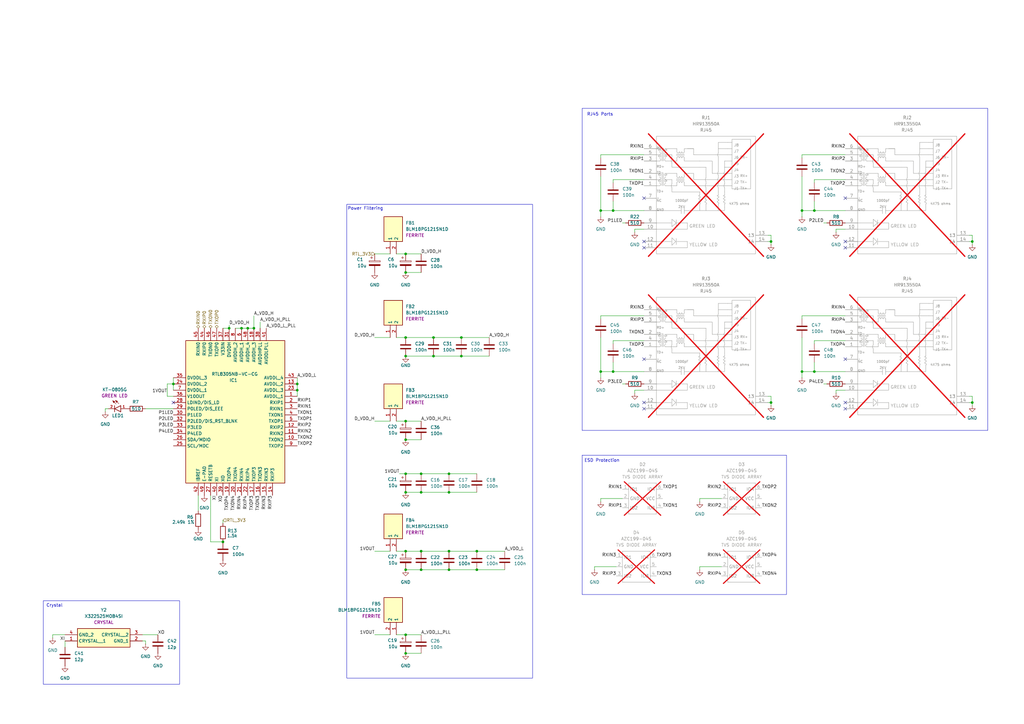
<source format=kicad_sch>
(kicad_sch (version 20250114) (generator "eeschema") (generator_version "9.0")
  (paper "A3")
  (title_block (title "LTE Link") (rev "v0.1") (company "UBCO Aerospace") (comment 1 "Author: Felix Perron"))
  (lib_symbols
    (symbol "Device:C" (pin_numbers (hide yes)) (pin_names (offset 0.254))
      (property "Reference" "C" (at 0.635 2.54 0))
      (property "Value" "C" (at 0.635 -2.54 0))
      (symbol "C_1_1"
        (pin passive line (at 0 3.81 270) (length 2.794) (name "~") (number "1"))
        (pin passive line (at 0 -3.81 90) (length 2.794) (name "~") (number "2"))
      )
    )
    (symbol "Device:C_Polarized" (pin_numbers (hide yes)) (pin_names (offset 0.254))
      (property "Reference" "C" (at 0.635 2.54 0))
      (property "Value" "C_Polarized" (at 0.635 -2.54 0))
      (symbol "C_Polarized_1_1"
        (pin passive line (at 0 3.81 270) (length 2.794) (name "~") (number "1"))
        (pin passive line (at 0 -3.81 90) (length 2.794) (name "~") (number "2"))
      )
    )
    (symbol "Device:R" (pin_numbers (hide yes)) (pin_names (offset 0))
      (property "Reference" "R" (at 2.032 0 90))
      (property "Value" "R" (at 0 0 90))
      (symbol "R_1_1"
        (pin passive line (at 0 3.81 270) (length 1.27) (name "~") (number "1"))
        (pin passive line (at 0 -3.81 90) (length 1.27) (name "~") (number "2"))
      )
    )
    (symbol "LTELink:CRYSTAL"
      (property "Reference" "Y" (at -9.906 8.636 0))
      (property "Value" "X322525MOB4SI" (at -9.906 6.096 0))
      (property "Name" "CRYSTAL" (at 0 -5.588 0))
      (symbol "CRYSTAL_1_1"
        (pin passive line (at -15.24 1.27 0) (length 5.08) (name "GND_2") (number "4"))
        (pin passive line (at -15.24 -1.27 0) (length 5.08) (name "CRYSTAL__1") (number "1"))
        (pin passive line (at 16.51 1.27 180) (length 5.08) (name "CRYSTAL__2") (number "3"))
        (pin passive line (at 16.51 -1.27 180) (length 5.08) (name "GND_1") (number "2"))
      )
    )
    (symbol "LTELink:FERRITE"
      (property "Reference" "FB" (at 4.572 10.16 0))
      (property "Value" "BLM18PG121SN1D" (at 4.572 7.62 0))
      (property "Name" "FERRITE" (at 8.382 4.064 0))
      (symbol "FERRITE_1_1"
        (pin passive line (at -1.27 -5.08 90) (length 5.08) (name "1") (number "1"))
        (pin passive line (at 1.27 -5.08 90) (length 5.08) (name "2") (number "2"))
      )
    )
    (symbol "LTELink:GREEN LED" (pin_names (hide yes))
      (property "Reference" "LED" (at -4.318 9.144 0))
      (property "Value" "KT-0805G" (at -4.318 6.604 0))
      (property "Name" "GREEN LED" (at 1.016 4.826 0))
      (symbol "GREEN LED_1_0"
        (pin passive line (at -2.54 0 0) (length 2.54) (name "") (number "2"))
        (pin passive line (at 5.08 0 180) (length 2.54) (name "") (number "1"))
      )
    )
    (symbol "LTELink:RJ45"
      (property "Reference" "RJ" (at -19.304 25.4 0))
      (property "Value" "HR913550A" (at -14.732 -25.908 0))
      (property "Name" "RJ45" (at -17.78 -28.448 0))
      (symbol "RJ45_1_0"
        (text "RD-" (at -20.32 18.669 0) (effects (font (size 0.9652 0.9652)) (justify left bottom)))
        (text "RD+" (at -20.32 11.1506 0) (effects (font (size 0.9652 0.9652)) (justify left bottom)))
        (text "TD-" (at -20.32 8.6106 0) (effects (font (size 0.9652 0.9652)) (justify left bottom)))
        (text "TD+" (at -20.32 0.9906 0) (effects (font (size 0.9652 0.9652)) (justify left bottom)))
        (text "NC" (at -20.32 -2.794 0) (effects (font (size 0.9652 0.9652)) (justify left bottom)))
        (text "GND" (at -20.32 -6.604 0) (effects (font (size 0.9652 0.9652)) (justify left bottom)))
        (text "1000pF" (at -12.7 -2.794 0) (effects (font (size 0.9652 0.9652)) (justify left bottom)))
        (text "2KV" (at -11.43 -5.334 0) (effects (font (size 0.9652 0.9652)) (justify left bottom)))
        (text "4X75 ohms" (at 9.398 -4.064 0) (effects (font (size 0.9652 0.9652)) (justify left bottom)))
        (text "J8" (at 11.43 19.8628 0) (effects (font (size 1.0922 1.0922)) (justify left bottom)))
        (text "J7" (at 11.43 17.3228 0) (effects (font (size 1.0922 1.0922)) (justify left bottom)))
        (text "J6" (at 11.43 14.7828 0) (effects (font (size 1.0922 1.0922)) (justify left bottom)))
        (text "J5" (at 11.43 12.2428 0) (effects (font (size 1.0922 1.0922)) (justify left bottom)))
        (text "J4" (at 11.43 9.7028 0) (effects (font (size 1.0922 1.0922)) (justify left bottom)))
        (text "J3" (at 11.43 7.1628 0) (effects (font (size 1.0922 1.0922)) (justify left bottom)))
        (text "J2" (at 11.43 4.6228 0) (effects (font (size 1.0922 1.0922)) (justify left bottom)))
        (text "J1" (at 11.43 2.0828 0) (effects (font (size 1.0922 1.0922)) (justify left bottom)))
        (text "RX-" (at 13.97 14.9606 0) (effects (font (size 0.9652 0.9652)) (justify left bottom)))
        (text "RX+" (at 13.97 7.3406 0) (effects (font (size 0.9652 0.9652)) (justify left bottom)))
        (text "TX-" (at 13.97 4.8006 0) (effects (font (size 0.9652 0.9652)) (justify left bottom)))
        (text "TX+" (at 13.97 2.2606 0) (effects (font (size 0.9652 0.9652)) (justify left bottom)))
        (pin unspecified line (at -25.4 19.05 0) (length 5.08) (name "") (number "6"))
        (pin unspecified line (at -25.4 16.51 0) (length 5.08) (name "") (number "5"))
        (pin unspecified line (at -25.4 13.97 0) (length 5.08) (name "") (number "3"))
        (pin unspecified line (at -25.4 8.89 0) (length 5.08) (name "") (number "2"))
        (pin unspecified line (at -25.4 6.35 0) (length 5.08) (name "") (number "4"))
        (pin unspecified line (at -25.4 3.81 0) (length 5.08) (name "") (number "1"))
        (pin unspecified line (at -25.4 -1.27 0) (length 5.08) (name "NC") (number "7"))
        (pin unspecified line (at -25.4 -6.35 0) (length 5.08) (name "GND") (number "8"))
        (pin unspecified line (at -25.4 -11.43 0) (length 5.08) (name "") (number "9"))
        (pin unspecified line (at -25.4 -13.97 0) (length 5.08) (name "") (number "10"))
        (pin unspecified line (at -25.4 -19.05 0) (length 5.08) (name "") (number "12"))
        (pin unspecified line (at -25.4 -21.59 0) (length 5.08) (name "") (number "11"))
        (pin unspecified line (at 25.4 -16.51 180) (length 5.08) (name "13") (number "13"))
        (pin unspecified line (at 25.4 -19.05 180) (length 5.08) (name "14") (number "14"))
      )
      (symbol "RJ45_1_1"
        (text "GREEN LED" (at -1.524 -12.7 0) (effects (font (size 1.27 1.27))))
        (text "YELLOW LED" (at -1.016 -20.32 0) (effects (font (size 1.27 1.27))))
      )
    )
    (symbol "LTELink:TVS DIODE ARRAY"
      (property "Reference" "D" (at -3.302 0 0))
      (property "Value" "AZC199-04S" (at 2.54 -18.542 0))
      (property "Description" "TVS DIODE ARRAY" (at 4.572 -16.002 0))
      (symbol "TVS DIODE ARRAY_0_0"
        (pin input line (at -6.35 -3.81 0) (length 2.54) (name "IO1") (number "1"))
      )
      (symbol "TVS DIODE ARRAY_1_0"
        (pin power_in line (at -6.35 -7.62 0) (length 2.54) (name "GND") (number "2"))
        (pin input line (at -6.35 -11.43 0) (length 2.54) (name "IO2") (number "3"))
        (pin input line (at 10.16 -3.81 180) (length 2.54) (name "IO4") (number "6"))
        (pin power_in line (at 10.16 -7.62 180) (length 2.54) (name "VCC") (number "5"))
        (pin input line (at 10.16 -11.43 180) (length 2.54) (name "IO3") (number "4"))
      )
    )
    (symbol "RTL8305NB-CG:RTL8305NB-CG"
      (property "Reference" "IC" (at 3.81 20.32 0))
      (property "Value" "RTL8305NB-VC-CG" (at 2.54 17.78 0))
      (symbol "RTL8305NB-CG_1_1"
        (pin power_in line (at 0 0 0) (length 5.08) (name "DVDDL_3") (number "35"))
        (pin power_in line (at 0 -2.54 0) (length 5.08) (name "DVDDL_2") (number "24"))
        (pin power_in line (at 0 -5.08 0) (length 5.08) (name "DVDDL_1") (number "7"))
        (pin power_out line (at 0 -7.62 0) (length 5.08) (name "V10OUT") (number "36"))
        (pin bidirectional line (at 0 -10.16 0) (length 5.08) (name "LDIND/DIS_LD") (number "28"))
        (pin bidirectional line (at 0 -12.7 0) (length 5.08) (name "P0LED/DIS_EEE") (number "29"))
        (pin bidirectional line (at 0 -15.24 0) (length 5.08) (name "P1LED") (number "30"))
        (pin bidirectional line (at 0 -17.78 0) (length 5.08) (name "P2LED/DIS_RST_BLNK") (number "32"))
        (pin bidirectional line (at 0 -20.32 0) (length 5.08) (name "P3LED") (number "33"))
        (pin bidirectional line (at 0 -22.86 0) (length 5.08) (name "P4LED") (number "34"))
        (pin bidirectional line (at 0 -25.4 0) (length 5.08) (name "SDA/MDIO") (number "26"))
        (pin bidirectional line (at 0 -27.94 0) (length 5.08) (name "SCL/MDC") (number "25"))
        (pin input line (at 10.16 20.32 270) (length 5.08) (name "RXIN0") (number "45"))
        (pin output line (at 10.16 -48.26 90) (length 5.08) (name "IBREF") (number "42"))
        (pin input line (at 12.7 20.32 270) (length 5.08) (name "RXIP0") (number "44"))
        (pin power_in line (at 12.7 -48.26 90) (length 5.08) (name "E-PAD") (number "49"))
        (pin output line (at 15.24 20.32 270) (length 5.08) (name "TXON0") (number "46"))
        (pin input line (at 15.24 -48.26 90) (length 5.08) (name "RESETB") (number "27"))
        (pin output line (at 17.78 20.32 270) (length 5.08) (name "TXOP0") (number "47"))
        (pin input line (at 17.78 -48.26 90) (length 5.08) (name "XI") (number "40"))
        (pin power_in line (at 20.32 20.32 270) (length 5.08) (name "V33IN") (number "37"))
        (pin output line (at 20.32 -48.26 90) (length 5.08) (name "XO") (number "39"))
        (pin power_in line (at 22.86 20.32 270) (length 5.08) (name "DVDDH") (number "31"))
        (pin output line (at 22.86 -48.26 90) (length 5.08) (name "TXOP4") (number "19"))
        (pin power_in line (at 25.4 20.32 270) (length 5.08) (name "AVDDH_2") (number "8"))
        (pin output line (at 25.4 -48.26 90) (length 5.08) (name "TXON4") (number "20"))
        (pin power_in line (at 27.94 20.32 270) (length 5.08) (name "AVDDH_1") (number "6"))
        (pin input line (at 27.94 -48.26 90) (length 5.08) (name "RXIN4") (number "21"))
        (pin power_in line (at 30.48 20.32 270) (length 5.08) (name "AVDDH_4") (number "48"))
        (pin input line (at 30.48 -48.26 90) (length 5.08) (name "RXIP4") (number "22"))
        (pin power_in line (at 33.02 20.32 270) (length 5.08) (name "AVDDH_3") (number "18"))
        (pin output line (at 33.02 -48.26 90) (length 5.08) (name "TXOP3") (number "17"))
        (pin power_in line (at 35.56 20.32 270) (length 5.08) (name "AVDDHPLL") (number "38"))
        (pin output line (at 35.56 -48.26 90) (length 5.08) (name "TXON3") (number "16"))
        (pin power_in line (at 38.1 20.32 270) (length 5.08) (name "AVDDLPLL") (number "41"))
        (pin input line (at 38.1 -48.26 90) (length 5.08) (name "RXIN3") (number "15"))
        (pin input line (at 40.64 -48.26 90) (length 5.08) (name "RXIP3") (number "14"))
        (pin power_in line (at 50.8 0 180) (length 5.08) (name "AVDDL_4") (number "43"))
        (pin power_in line (at 50.8 -2.54 180) (length 5.08) (name "AVDDL_2") (number "13"))
        (pin power_in line (at 50.8 -5.08 180) (length 5.08) (name "AVDDL_3") (number "23"))
        (pin power_in line (at 50.8 -7.62 180) (length 5.08) (name "AVDDL_1") (number "1"))
        (pin input line (at 50.8 -10.16 180) (length 5.08) (name "RXIP1") (number "2"))
        (pin input line (at 50.8 -12.7 180) (length 5.08) (name "RXIN1") (number "3"))
        (pin output line (at 50.8 -15.24 180) (length 5.08) (name "TXON1") (number "4"))
        (pin output line (at 50.8 -17.78 180) (length 5.08) (name "TXOP1") (number "5"))
        (pin input line (at 50.8 -20.32 180) (length 5.08) (name "RXIP2") (number "12"))
        (pin input line (at 50.8 -22.86 180) (length 5.08) (name "RXIN2") (number "11"))
        (pin output line (at 50.8 -25.4 180) (length 5.08) (name "TXON2") (number "10"))
        (pin output line (at 50.8 -27.94 180) (length 5.08) (name "TXOP2") (number "9"))
      )
    )
    (symbol "power:GND" (power) (pin_numbers (hide yes)) (pin_names (offset 0) (hide yes))
      (property "Value" "GND" (at 0 -3.81 0))
      (symbol "GND_1_1"
        (pin power_in line (at 0 0 270) (length 0) (name "~") (number "1"))
      )
    )
  )
  (rectangle (start 238.76 44.45) (end 405.13 176.53))
  (rectangle (start 17.78 246.38) (end 73.66 280.67))
  (rectangle (start 142.24 83.82) (end 218.44 278.13))
  (rectangle (start 238.76 186.69) (end 322.58 243.84))
  (text "RJ45 Ports" (at 246.126 46.99 0) (effects (font (size 1.27 1.27))))
  (text "Power Filtering" (at 149.86 85.598 0) (effects (font (size 1.27 1.27))))
  (text "Crystal" (at 22.352 248.412 0) (effects (font (size 1.27 1.27))))
  (text "ESD Protection" (at 246.888 188.976 0) (effects (font (size 1.27 1.27))))
  (junction (at 101.6 134.62))
  (junction (at 195.58 233.68))
  (junction (at 316.23 165.1))
  (junction (at 189.23 138.43))
  (junction (at 316.23 99.06))
  (junction (at 166.37 180.34))
  (junction (at 328.93 152.4))
  (junction (at 71.12 157.48))
  (junction (at 166.37 267.97))
  (junction (at 328.93 86.36))
  (junction (at 398.78 99.06))
  (junction (at 246.38 86.36))
  (junction (at 166.37 104.14))
  (junction (at 177.8 146.05))
  (junction (at 166.37 201.93))
  (junction (at 184.15 194.31))
  (junction (at 166.37 260.35))
  (junction (at 166.37 111.76))
  (junction (at 166.37 138.43))
  (junction (at 166.37 146.05))
  (junction (at 91.44 222.25))
  (junction (at 251.46 152.4))
  (junction (at 166.37 172.72))
  (junction (at 184.15 226.06))
  (junction (at 172.72 201.93))
  (junction (at 195.58 226.06))
  (junction (at 177.8 138.43))
  (junction (at 398.78 165.1))
  (junction (at 166.37 233.68))
  (junction (at 184.15 233.68))
  (junction (at 93.98 134.62))
  (junction (at 121.92 160.02))
  (junction (at 189.23 146.05))
  (junction (at 172.72 233.68))
  (junction (at 334.01 152.4))
  (junction (at 166.37 226.06))
  (junction (at 166.37 194.31))
  (junction (at 121.92 157.48))
  (junction (at 172.72 226.06))
  (junction (at 251.46 86.36))
  (junction (at 246.38 152.4))
  (junction (at 172.72 194.31))
  (junction (at 334.01 86.36))
  (junction (at 184.15 201.93))
  (junction (at 99.06 134.62))
  (junction (at 104.14 134.62))
  (no_connect (at 71.12 165.1))
  (no_connect (at 264.16 99.06))
  (no_connect (at 264.16 147.32))
  (no_connect (at 346.71 81.28))
  (no_connect (at 346.71 167.64))
  (no_connect (at 346.71 147.32))
  (no_connect (at 264.16 81.28))
  (no_connect (at 346.71 101.6))
  (no_connect (at 346.71 165.1))
  (no_connect (at 346.71 99.06))
  (no_connect (at 264.16 167.64))
  (no_connect (at 264.16 165.1))
  (no_connect (at 264.16 101.6))
  (wire (pts (xy 153.67 260.35) (xy 160.02 260.35)))
  (wire (pts (xy 121.92 160.02) (xy 121.92 162.56)))
  (wire (pts (xy 264.16 73.66) (xy 251.46 73.66)))
  (wire (pts (xy 91.44 134.62) (xy 93.98 134.62)))
  (wire (pts (xy 328.93 72.39) (xy 328.93 86.36)))
  (wire (pts (xy 86.36 203.2) (xy 86.36 222.25)))
  (wire (pts (xy 195.58 226.06) (xy 207.01 226.06)))
  (wire (pts (xy 166.37 172.72) (xy 172.72 172.72)))
  (wire (pts (xy 346.71 86.36) (xy 334.01 86.36)))
  (wire (pts (xy 184.15 194.31) (xy 195.58 194.31)))
  (wire (pts (xy 316.23 165.1) (xy 316.23 162.56)))
  (wire (pts (xy 153.67 104.14) (xy 160.02 104.14)))
  (wire (pts (xy 334.01 148.59) (xy 334.01 152.4)))
  (wire (pts (xy 398.78 165.1) (xy 398.78 162.56)))
  (wire (pts (xy 397.51 99.06) (xy 398.78 99.06)))
  (wire (pts (xy 71.12 157.48) (xy 71.12 160.02)))
  (wire (pts (xy 121.92 154.94) (xy 121.92 157.48)))
  (wire (pts (xy 246.38 138.43) (xy 246.38 152.4)))
  (wire (pts (xy 166.37 267.97) (xy 172.72 267.97)))
  (wire (pts (xy 59.69 167.64) (xy 71.12 167.64)))
  (wire (pts (xy 398.78 166.37) (xy 398.78 165.1)))
  (wire (pts (xy 251.46 148.59) (xy 251.46 152.4)))
  (wire (pts (xy 316.23 162.56) (xy 314.96 162.56)))
  (wire (pts (xy 58.42 260.35) (xy 64.77 260.35)))
  (wire (pts (xy 163.83 194.31) (xy 166.37 194.31)))
  (wire (pts (xy 316.23 99.06) (xy 316.23 96.52)))
  (wire (pts (xy 346.71 93.98) (xy 342.9 93.98)))
  (wire (pts (xy 246.38 204.47) (xy 246.38 205.74)))
  (wire (pts (xy 184.15 201.93) (xy 195.58 201.93)))
  (wire (pts (xy 346.71 73.66) (xy 334.01 73.66)))
  (wire (pts (xy 342.9 93.98) (xy 342.9 95.25)))
  (wire (pts (xy 255.27 157.48) (xy 256.54 157.48)))
  (wire (pts (xy 246.38 204.47) (xy 255.27 204.47)))
  (wire (pts (xy 166.37 111.76) (xy 172.72 111.76)))
  (wire (pts (xy 328.93 152.4) (xy 328.93 154.94)))
  (wire (pts (xy 346.71 160.02) (xy 342.9 160.02)))
  (wire (pts (xy 43.18 167.64) (xy 43.18 168.91)))
  (wire (pts (xy 246.38 72.39) (xy 246.38 86.36)))
  (wire (pts (xy 328.93 86.36) (xy 328.93 88.9)))
  (wire (pts (xy 166.37 104.14) (xy 172.72 104.14)))
  (wire (pts (xy 246.38 63.5) (xy 246.38 64.77)))
  (wire (pts (xy 251.46 82.55) (xy 251.46 86.36)))
  (wire (pts (xy 166.37 260.35) (xy 172.72 260.35)))
  (wire (pts (xy 264.16 86.36) (xy 251.46 86.36)))
  (wire (pts (xy 166.37 194.31) (xy 172.72 194.31)))
  (wire (pts (xy 59.69 262.89) (xy 59.69 264.16)))
  (wire (pts (xy 346.71 129.54) (xy 328.93 129.54)))
  (wire (pts (xy 255.27 91.44) (xy 256.54 91.44)))
  (wire (pts (xy 68.58 162.56) (xy 71.12 162.56)))
  (wire (pts (xy 398.78 99.06) (xy 398.78 96.52)))
  (wire (pts (xy 264.16 160.02) (xy 260.35 160.02)))
  (wire (pts (xy 337.82 157.48) (xy 339.09 157.48)))
  (wire (pts (xy 162.56 226.06) (xy 166.37 226.06)))
  (wire (pts (xy 106.68 132.08) (xy 106.68 134.62)))
  (wire (pts (xy 166.37 146.05) (xy 177.8 146.05)))
  (wire (pts (xy 246.38 86.36) (xy 246.38 88.9)))
  (wire (pts (xy 21.59 260.35) (xy 21.59 261.62)))
  (wire (pts (xy 334.01 152.4) (xy 328.93 152.4)))
  (wire (pts (xy 264.16 129.54) (xy 246.38 129.54)))
  (wire (pts (xy 99.06 134.62) (xy 101.6 134.62)))
  (wire (pts (xy 316.23 166.37) (xy 316.23 165.1)))
  (wire (pts (xy 346.71 139.7) (xy 334.01 139.7)))
  (wire (pts (xy 264.16 93.98) (xy 260.35 93.98)))
  (wire (pts (xy 153.67 226.06) (xy 160.02 226.06)))
  (wire (pts (xy 316.23 96.52) (xy 314.96 96.52)))
  (wire (pts (xy 251.46 86.36) (xy 246.38 86.36)))
  (wire (pts (xy 246.38 152.4) (xy 246.38 154.94)))
  (wire (pts (xy 71.12 157.48) (xy 71.12 154.94)))
  (wire (pts (xy 264.16 139.7) (xy 251.46 139.7)))
  (wire (pts (xy 264.16 63.5) (xy 246.38 63.5)))
  (wire (pts (xy 398.78 162.56) (xy 397.51 162.56)))
  (wire (pts (xy 172.72 233.68) (xy 184.15 233.68)))
  (wire (pts (xy 26.67 260.35) (xy 21.59 260.35)))
  (wire (pts (xy 334.01 82.55) (xy 334.01 86.36)))
  (wire (pts (xy 177.8 138.43) (xy 189.23 138.43)))
  (wire (pts (xy 59.69 262.89) (xy 58.42 262.89)))
  (wire (pts (xy 86.36 222.25) (xy 91.44 222.25)))
  (wire (pts (xy 195.58 233.68) (xy 207.01 233.68)))
  (wire (pts (xy 162.56 260.35) (xy 166.37 260.35)))
  (wire (pts (xy 251.46 73.66) (xy 251.46 74.93)))
  (wire (pts (xy 334.01 73.66) (xy 334.01 74.93)))
  (wire (pts (xy 162.56 104.14) (xy 166.37 104.14)))
  (wire (pts (xy 287.02 204.47) (xy 287.02 205.74)))
  (wire (pts (xy 184.15 233.68) (xy 195.58 233.68)))
  (wire (pts (xy 260.35 93.98) (xy 260.35 95.25)))
  (wire (pts (xy 314.96 99.06) (xy 316.23 99.06)))
  (wire (pts (xy 177.8 146.05) (xy 189.23 146.05)))
  (wire (pts (xy 337.82 91.44) (xy 339.09 91.44)))
  (wire (pts (xy 287.02 232.41) (xy 295.91 232.41)))
  (wire (pts (xy 397.51 165.1) (xy 398.78 165.1)))
  (wire (pts (xy 68.58 157.48) (xy 71.12 157.48)))
  (wire (pts (xy 189.23 146.05) (xy 200.66 146.05)))
  (wire (pts (xy 166.37 180.34) (xy 172.72 180.34)))
  (wire (pts (xy 251.46 152.4) (xy 246.38 152.4)))
  (wire (pts (xy 264.16 152.4) (xy 251.46 152.4)))
  (wire (pts (xy 162.56 138.43) (xy 166.37 138.43)))
  (wire (pts (xy 81.28 203.2) (xy 81.28 209.55)))
  (wire (pts (xy 166.37 201.93) (xy 172.72 201.93)))
  (wire (pts (xy 44.45 167.64) (xy 43.18 167.64)))
  (wire (pts (xy 166.37 226.06) (xy 172.72 226.06)))
  (wire (pts (xy 314.96 165.1) (xy 316.23 165.1)))
  (wire (pts (xy 398.78 96.52) (xy 397.51 96.52)))
  (wire (pts (xy 243.84 232.41) (xy 243.84 233.68)))
  (wire (pts (xy 153.67 138.43) (xy 160.02 138.43)))
  (wire (pts (xy 287.02 204.47) (xy 295.91 204.47)))
  (wire (pts (xy 153.67 172.72) (xy 160.02 172.72)))
  (wire (pts (xy 172.72 201.93) (xy 184.15 201.93)))
  (wire (pts (xy 316.23 100.33) (xy 316.23 99.06)))
  (wire (pts (xy 166.37 233.68) (xy 172.72 233.68)))
  (wire (pts (xy 398.78 100.33) (xy 398.78 99.06)))
  (wire (pts (xy 93.98 133.35) (xy 93.98 134.62)))
  (wire (pts (xy 334.01 86.36) (xy 328.93 86.36)))
  (wire (pts (xy 346.71 63.5) (xy 328.93 63.5)))
  (wire (pts (xy 166.37 138.43) (xy 177.8 138.43)))
  (wire (pts (xy 121.92 157.48) (xy 121.92 160.02)))
  (wire (pts (xy 184.15 226.06) (xy 195.58 226.06)))
  (wire (pts (xy 26.67 262.89) (xy 26.67 265.43)))
  (wire (pts (xy 172.72 226.06) (xy 184.15 226.06)))
  (wire (pts (xy 260.35 160.02) (xy 260.35 161.29)))
  (wire (pts (xy 189.23 138.43) (xy 200.66 138.43)))
  (wire (pts (xy 96.52 134.62) (xy 99.06 134.62)))
  (wire (pts (xy 342.9 160.02) (xy 342.9 161.29)))
  (wire (pts (xy 334.01 139.7) (xy 334.01 140.97)))
  (wire (pts (xy 172.72 194.31) (xy 184.15 194.31)))
  (wire (pts (xy 328.93 129.54) (xy 328.93 130.81)))
  (wire (pts (xy 246.38 129.54) (xy 246.38 130.81)))
  (wire (pts (xy 346.71 152.4) (xy 334.01 152.4)))
  (wire (pts (xy 243.84 232.41) (xy 252.73 232.41)))
  (wire (pts (xy 91.44 213.36) (xy 91.44 214.63)))
  (wire (pts (xy 287.02 232.41) (xy 287.02 233.68)))
  (wire (pts (xy 328.93 63.5) (xy 328.93 64.77)))
  (wire (pts (xy 68.58 162.56) (xy 68.58 157.48)))
  (wire (pts (xy 162.56 172.72) (xy 166.37 172.72)))
  (wire (pts (xy 101.6 134.62) (xy 104.14 134.62)))
  (wire (pts (xy 328.93 138.43) (xy 328.93 152.4)))
  (wire (pts (xy 104.14 129.54) (xy 104.14 134.62)))
  (wire (pts (xy 251.46 139.7) (xy 251.46 140.97)))
  (label "RXIN4" (at 346.71 127 180))
  (label "RXIN2" (at 121.92 177.8 0))
  (label "TXOP3" (at 264.16 142.24 180))
  (label "RXIP2" (at 346.71 66.04 180))
  (label "TXOP2" (at 312.42 200.66 0))
  (label "A_VDD_L_PLL" (at 109.22 134.62 0))
  (label "1VOUT" (at 153.67 260.35 180))
  (label "RXIP1" (at 255.27 208.28 180))
  (label "TXON1" (at 271.78 208.28 0))
  (label "TXOP3" (at 104.14 203.2 270))
  (label "RXIP2" (at 295.91 208.28 180))
  (label "RXIN3" (at 252.73 228.6 180))
  (label "RXIP3" (at 264.16 132.08 180))
  (label "XI" (at 88.9 203.2 270))
  (label "D_VDD_H" (at 153.67 172.72 180))
  (label "P3LED" (at 255.27 157.48 180))
  (label "A_VDD_L_PLL" (at 172.72 260.35 0))
  (label "TXON2" (at 346.71 71.12 180))
  (label "RXIN2" (at 295.91 200.66 180))
  (label "TXOP1" (at 271.78 200.66 0))
  (label "P4LED" (at 337.82 157.48 180))
  (label "RXIN4" (at 295.91 228.6 180))
  (label "P3LED" (at 71.12 175.26 180))
  (label "P2LED" (at 71.12 172.72 180))
  (label "P4LED" (at 71.12 177.8 180))
  (label "P1LED" (at 71.12 170.18 180))
  (label "A_VDD_L" (at 207.01 226.06 0))
  (label "P2LED" (at 337.82 91.44 180))
  (label "TXOP4" (at 93.98 203.2 270))
  (label "RXIP1" (at 264.16 66.04 180))
  (label "RXIN1" (at 264.16 60.96 180))
  (label "D_VDD_H" (at 153.67 138.43 180))
  (label "TXON4" (at 96.52 203.2 270))
  (label "RXIP3" (at 252.73 236.22 180))
  (label "RXIP2" (at 121.92 175.26 0))
  (label "1VOUT" (at 163.83 194.31 180))
  (label "RXIP4" (at 346.71 132.08 180))
  (label "XI" (at 26.67 262.89 180))
  (label "TXOP4" (at 346.71 142.24 180))
  (label "RXIP4" (at 295.91 236.22 180))
  (label "RXIP4" (at 101.6 203.2 270))
  (label "TXON3" (at 269.24 236.22 0))
  (label "A_VDD_L" (at 121.92 154.94 0))
  (label "D_VDD_H" (at 93.98 133.35 0))
  (label "1VOUT" (at 68.58 161.29 180))
  (label "TXON3" (at 106.68 203.2 270))
  (label "A_VDD_H_PLL" (at 106.68 132.08 0))
  (label "TXON2" (at 312.42 208.28 0))
  (label "RXIN1" (at 255.27 200.66 180))
  (label "RXIP3" (at 111.76 203.2 270))
  (label "TXON2" (at 121.92 180.34 0))
  (label "RXIN3" (at 109.22 203.2 270))
  (label "TXOP3" (at 269.24 228.6 0))
  (label "A_VDD_H" (at 104.14 129.54 0))
  (label "RXIN4" (at 99.06 203.2 270))
  (label "TXON1" (at 264.16 71.12 180))
  (label "RXIN3" (at 264.16 127 180))
  (label "TXOP2" (at 346.71 76.2 180))
  (label "1VOUT" (at 153.67 226.06 180))
  (label "A_VDD_H_PLL" (at 172.72 172.72 0))
  (label "RXIN2" (at 346.71 60.96 180))
  (label "TXOP1" (at 264.16 76.2 180))
  (label "TXOP4" (at 312.42 228.6 0))
  (label "P1LED" (at 255.27 91.44 180))
  (label "TXON4" (at 312.42 236.22 0))
  (label "TXON3" (at 264.16 137.16 180))
  (label "XO" (at 91.44 203.2 270))
  (label "TXON4" (at 346.71 137.16 180))
  (label "A_VDD_H" (at 200.66 138.43 0))
  (label "XO" (at 64.77 260.35 0))
  (label "D_VDD_H" (at 172.72 104.14 0))
  (label "TXOP1" (at 121.92 172.72 0))
  (label "TXON1" (at 121.92 170.18 0))
  (label "RXIN1" (at 121.92 167.64 0))
  (label "RXIP1" (at 121.92 165.1 0))
  (label "TXOP2" (at 121.92 182.88 0))
  (hierarchical_label "RTL_3V3" (shape input) (at 153.67 104.14 180))
  (hierarchical_label "RTL_3V3" (shape input) (at 91.44 213.36 0))
  (hierarchical_label "RXIN0" (shape bidirectional) (at 81.28 134.62 90))
  (hierarchical_label "TXON0" (shape bidirectional) (at 86.36 134.62 90))
  (hierarchical_label "RXIP0" (shape bidirectional) (at 83.82 134.62 90))
  (hierarchical_label "TXOP0" (shape bidirectional) (at 88.9 134.62 90))
  (symbol (lib_id "power:GND") (at 287.02 233.68 0) (unit 1)
    (property "Reference" "#PWR016" (effects (hide yes)))
    (property "Value" "GND" (at 287.02 238.76 0))
    (property "Description" "Power symbol creates a global label with name \"GND\" , ground" (effects (hide yes)))
  )
  (symbol (lib_id "power:GND") (at 81.28 217.17 0) (unit 1)
    (property "Reference" "#PWR23" (effects (hide yes)))
    (property "Value" "GND" (at 81.28 220.98 0))
    (property "Description" "Power symbol creates a global label with name \"GND\" , ground" (effects (hide yes)))
  )
  (symbol (lib_id "Device:C") (at 172.72 176.53 0) (unit 1)
    (property "Reference" "C36" (at 176.53 175.2599 0) (effects (justify left)))
    (property "Value" "100n" (at 176.53 177.7999 0) (effects (justify left)))
    (property "Footprint" "Capacitor_SMD:C_0402_1005Metric" (effects (hide yes)))
    (property "Description" "Unpolarized capacitor" (effects (hide yes)))
  )
  (symbol (lib_id "power:GND") (at 64.77 267.97 0) (unit 1)
    (property "Reference" "#PWR41" (effects (hide yes)))
    (property "Value" "GND" (at 64.77 273.05 0))
    (property "Description" "Power symbol creates a global label with name \"GND\" , ground" (effects (hide yes)))
  )
  (symbol (lib_id "LTELink:RJ45") (at 372.11 146.05 0) (unit 1) (in_bom no) (dnp yes)
    (property "Reference" "RJ4" (at 372.11 114.3 0))
    (property "Value" "HR913550A" (at 372.11 116.84 0))
    (property "Footprint" "LTELink:HR913550A" (effects (hide yes)))
    (property "Datasheet" "https://item.szlcsc.com/datasheet/HR913550A/174889.html" (effects (hide yes)))
    (property "Description" "Connector Type:RJ45 Jack Number of Ports:1 LED:With LED Shielding:- Ratings:-" (effects (hide yes)))
    (property "Name" "RJ45" (at 372.11 119.38 0))
  )
  (symbol (lib_id "Device:R") (at 81.28 213.36 0) (unit 1)
    (property "Reference" "R6" (at 77.978 212.09 0))
    (property "Value" "2.49k 1%" (at 75.184 214.122 0))
    (property "Footprint" "Resistor_SMD:R_0402_1005Metric" (effects (hide yes)))
    (property "Description" "Resistor" (effects (hide yes)))
  )
  (symbol (lib_id "power:GND") (at 166.37 111.76 0) (unit 1)
    (property "Reference" "#PWR34" (effects (hide yes)))
    (property "Value" "GND" (at 166.37 116.84 0))
    (property "Description" "Power symbol creates a global label with name \"GND\" , ground" (effects (hide yes)))
  )
  (symbol (lib_id "power:GND") (at 398.78 100.33 0) (unit 1)
    (property "Reference" "#PWR045" (effects (hide yes)))
    (property "Value" "GND" (at 398.78 105.41 0))
    (property "Description" "Power symbol creates a global label with name \"GND\" , ground" (effects (hide yes)))
  )
  (symbol (lib_id "Device:C") (at 184.15 198.12 0) (unit 1)
    (property "Reference" "C17" (at 187.96 196.8499 0) (effects (justify left)))
    (property "Value" "100n" (at 187.96 199.3899 0) (effects (justify left)))
    (property "Footprint" "Capacitor_SMD:C_0402_1005Metric" (effects (hide yes)))
    (property "Description" "Unpolarized capacitor" (effects (hide yes)))
  )
  (symbol (lib_id "Device:C") (at 195.58 229.87 0) (unit 1)
    (property "Reference" "C24" (at 199.39 228.5999 0) (effects (justify left)))
    (property "Value" "100n" (at 199.39 231.1399 0) (effects (justify left)))
    (property "Footprint" "Capacitor_SMD:C_0402_1005Metric" (effects (hide yes)))
    (property "Description" "Unpolarized capacitor" (effects (hide yes)))
  )
  (symbol (lib_id "Device:C") (at 328.93 134.62 0) (unit 1)
    (property "Reference" "C47" (at 332.74 133.3499 0) (effects (justify left)))
    (property "Value" "100n" (at 332.74 135.8899 0) (effects (justify left)))
    (property "Footprint" "Capacitor_SMD:C_0402_1005Metric" (effects (hide yes)))
    (property "Description" "Unpolarized capacitor" (effects (hide yes)))
  )
  (symbol (lib_id "power:GND") (at 166.37 180.34 0) (unit 1)
    (property "Reference" "#PWR39" (effects (hide yes)))
    (property "Value" "GND" (at 166.37 185.42 0))
    (property "Description" "Power symbol creates a global label with name \"GND\" , ground" (effects (hide yes)))
  )
  (symbol (lib_id "Device:C_Polarized") (at 166.37 107.95 0) (unit 1)
    (property "Reference" "C6" (at 159.004 106.426 0) (effects (justify left)))
    (property "Value" "10u" (at 159.258 108.966 0) (effects (justify left)))
    (property "Footprint" "Capacitor_SMD:C_0603_1608Metric" (effects (hide yes)))
    (property "Description" "Polarized capacitor" (effects (hide yes)))
    (property "Part Number" "CL10A106KP8NNNC" (effects (hide yes)))
  )
  (symbol (lib_id "Device:C_Polarized") (at 166.37 264.16 0) (unit 1)
    (property "Reference" "C19" (at 159.004 262.636 0) (effects (justify left)))
    (property "Value" "10u" (at 159.258 265.176 0) (effects (justify left)))
    (property "Footprint" "Capacitor_SMD:C_0603_1608Metric" (effects (hide yes)))
    (property "Description" "Polarized capacitor" (effects (hide yes)))
    (property "Part Number" "CL10A106KP8NNNC" (effects (hide yes)))
  )
  (symbol (lib_id "power:GND") (at 342.9 95.25 0) (unit 1)
    (property "Reference" "#PWR022" (effects (hide yes)))
    (property "Value" "GND" (at 342.9 100.33 0))
    (property "Description" "Power symbol creates a global label with name \"GND\" , ground" (effects (hide yes)))
  )
  (symbol (lib_id "Device:C") (at 246.38 134.62 0) (unit 1)
    (property "Reference" "C45" (at 250.19 133.3499 0) (effects (justify left)))
    (property "Value" "100n" (at 250.19 135.8899 0) (effects (justify left)))
    (property "Footprint" "Capacitor_SMD:C_0402_1005Metric" (effects (hide yes)))
    (property "Description" "Unpolarized capacitor" (effects (hide yes)))
  )
  (symbol (lib_id "power:GND") (at 59.69 264.16 0) (unit 1)
    (property "Reference" "#PWR2" (effects (hide yes)))
    (property "Value" "GND" (at 59.69 269.24 0))
    (property "Description" "Power symbol creates a global label with name \"GND\" , ground" (effects (hide yes)))
  )
  (symbol (lib_id "power:GND") (at 246.38 88.9 0) (unit 1)
    (property "Reference" "#PWR042" (effects (hide yes)))
    (property "Value" "GND" (at 246.38 93.98 0))
    (property "Description" "Power symbol creates a global label with name \"GND\" , ground" (effects (hide yes)))
  )
  (symbol (lib_id "Device:C") (at 328.93 68.58 0) (unit 1)
    (property "Reference" "C43" (at 332.74 67.3099 0) (effects (justify left)))
    (property "Value" "100n" (at 332.74 69.8499 0) (effects (justify left)))
    (property "Footprint" "Capacitor_SMD:C_0402_1005Metric" (effects (hide yes)))
    (property "Description" "Unpolarized capacitor" (effects (hide yes)))
  )
  (symbol (lib_id "Device:C_Polarized") (at 166.37 198.12 0) (unit 1)
    (property "Reference" "C21" (at 159.004 196.596 0) (effects (justify left)))
    (property "Value" "10u" (at 159.258 199.136 0) (effects (justify left)))
    (property "Footprint" "Capacitor_SMD:C_0603_1608Metric" (effects (hide yes)))
    (property "Description" "Polarized capacitor" (effects (hide yes)))
    (property "Part Number" "CL10A106KP8NNNC" (effects (hide yes)))
  )
  (symbol (lib_id "power:GND") (at 91.44 229.87 0) (unit 1)
    (property "Reference" "#PWR26" (effects (hide yes)))
    (property "Value" "GND" (at 91.44 234.95 0))
    (property "Description" "Power symbol creates a global label with name \"GND\" , ground" (effects (hide yes)))
  )
  (symbol (lib_id "Device:C") (at 172.72 198.12 0) (unit 1)
    (property "Reference" "C16" (at 176.53 196.8499 0) (effects (justify left)))
    (property "Value" "100n" (at 176.53 199.3899 0) (effects (justify left)))
    (property "Footprint" "Capacitor_SMD:C_0402_1005Metric" (effects (hide yes)))
    (property "Description" "Unpolarized capacitor" (effects (hide yes)))
  )
  (symbol (lib_id "LTELink:FERRITE") (at 161.29 255.27 0) (mirror y) (unit 1)
    (property "Reference" "FB5" (at 156.21 247.6499 0) (effects (justify left)))
    (property "Value" "BLM18PG121SN1D" (at 156.21 250.1899 0) (effects (justify left)))
    (property "Footprint" "Inductor_SMD:L_0603_1608Metric" (effects (hide yes)))
    (property "Datasheet" "https://jlcpcb.com/api/file/downloadByFileSystemAccessId/8588900229559300096" (effects (hide yes)))
    (property "Description" "Ferrite bead SMD 0603 120R 2A Murata Ferrite Bead (Chip Ferrite Bead), 1.6 x 0.8 x 0.8mm (0603), 120 impedance at 100 MHz" (effects (hide yes)))
    (property "Name" "FERRITE" (at 156.21 252.7299 0) (effects (justify left)))
  )
  (symbol (lib_id "LTELink:TVS DIODE ARRAY") (at 259.08 224.79 0) (unit 1) (in_bom no) (dnp yes)
    (property "Reference" "D4" (at 260.985 218.44 0))
    (property "Value" "AZC199-04S" (at 260.985 220.98 0))
    (property "Footprint" "Package_TO_SOT_SMD:SOT-23-6_Handsoldering" (effects (hide yes)))
    (property "Datasheet" "https://www.lcsc.com/datasheet/C2901321.pdf" (effects (hide yes)))
    (property "Description" "TVS DIODE ARRAY" (at 260.985 223.52 0))
  )
  (symbol (lib_id "Device:C_Polarized") (at 166.37 176.53 0) (unit 1)
    (property "Reference" "C20" (at 159.004 175.006 0) (effects (justify left)))
    (property "Value" "10u" (at 159.258 177.546 0) (effects (justify left)))
    (property "Footprint" "Capacitor_SMD:C_0603_1608Metric" (effects (hide yes)))
    (property "Description" "Polarized capacitor" (effects (hide yes)))
    (property "Part Number" "CL10A106KP8NNNC" (effects (hide yes)))
  )
  (symbol (lib_id "Device:C") (at 26.67 269.24 0) (unit 1)
    (property "Reference" "C41" (at 30.48 267.9699 0) (effects (justify left)))
    (property "Value" "12p" (at 30.48 270.5099 0) (effects (justify left)))
    (property "Footprint" "Capacitor_SMD:C_0402_1005Metric" (effects (hide yes)))
    (property "Description" "Unpolarized capacitor" (effects (hide yes)))
  )
  (symbol (lib_id "Device:C") (at 195.58 198.12 0) (unit 1)
    (property "Reference" "C18" (at 199.39 196.8499 0) (effects (justify left)))
    (property "Value" "100n" (at 199.39 199.3899 0) (effects (justify left)))
    (property "Footprint" "Capacitor_SMD:C_0402_1005Metric" (effects (hide yes)))
    (property "Description" "Unpolarized capacitor" (effects (hide yes)))
  )
  (symbol (lib_id "power:GND") (at 166.37 233.68 0) (unit 1)
    (property "Reference" "#PWR32" (effects (hide yes)))
    (property "Value" "GND" (at 166.37 238.76 0))
    (property "Description" "Power symbol creates a global label with name \"GND\" , ground" (effects (hide yes)))
  )
  (symbol (lib_id "power:GND") (at 43.18 168.91 0) (unit 1)
    (property "Reference" "#PWR011" (effects (hide yes)))
    (property "Value" "GND" (at 43.18 173.99 0))
    (property "Description" "Power symbol creates a global label with name \"GND\" , ground" (effects (hide yes)))
  )
  (symbol (lib_id "Device:C") (at 166.37 142.24 0) (unit 1)
    (property "Reference" "C29" (at 170.18 140.9699 0) (effects (justify left)))
    (property "Value" "100n" (at 170.18 143.5099 0) (effects (justify left)))
    (property "Footprint" "Capacitor_SMD:C_0402_1005Metric" (effects (hide yes)))
    (property "Description" "Unpolarized capacitor" (effects (hide yes)))
  )
  (symbol (lib_id "Device:C") (at 200.66 142.24 0) (unit 1)
    (property "Reference" "C33" (at 204.47 140.9699 0) (effects (justify left)))
    (property "Value" "100n" (at 204.47 143.5099 0) (effects (justify left)))
    (property "Footprint" "Capacitor_SMD:C_0402_1005Metric" (effects (hide yes)))
    (property "Description" "Unpolarized capacitor" (effects (hide yes)))
  )
  (symbol (lib_id "Device:C_Polarized") (at 153.67 107.95 0) (unit 1)
    (property "Reference" "C1" (at 146.304 106.426 0) (effects (justify left)))
    (property "Value" "10u" (at 146.558 108.966 0) (effects (justify left)))
    (property "Footprint" "Capacitor_SMD:C_0603_1608Metric" (effects (hide yes)))
    (property "Description" "Polarized capacitor" (effects (hide yes)))
    (property "Part Number" "CL10A106KP8NNNC" (effects (hide yes)))
  )
  (symbol (lib_id "power:GND") (at 166.37 146.05 0) (unit 1)
    (property "Reference" "#PWR36" (effects (hide yes)))
    (property "Value" "GND" (at 166.37 149.86 0))
    (property "Description" "Power symbol creates a global label with name \"GND\" , ground" (effects (hide yes)))
  )
  (symbol (lib_id "power:GND") (at 342.9 161.29 0) (unit 1)
    (property "Reference" "#PWR050" (effects (hide yes)))
    (property "Value" "GND" (at 342.9 166.37 0))
    (property "Description" "Power symbol creates a global label with name \"GND\" , ground" (effects (hide yes)))
  )
  (symbol (lib_id "Device:R") (at 91.44 218.44 0) (unit 1)
    (property "Reference" "R13" (at 95.25 217.678 0))
    (property "Value" "1.5k" (at 95.25 219.71 0))
    (property "Footprint" "Resistor_SMD:R_0402_1005Metric" (effects (hide yes)))
    (property "Description" "Resistor" (effects (hide yes)))
  )
  (symbol (lib_id "Device:C") (at 251.46 144.78 0) (unit 1)
    (property "Reference" "C46" (at 255.27 143.5099 0) (effects (justify left)))
    (property "Value" "100n" (at 255.27 146.0499 0) (effects (justify left)))
    (property "Footprint" "Capacitor_SMD:C_0402_1005Metric" (effects (hide yes)))
    (property "Description" "Unpolarized capacitor" (effects (hide yes)))
  )
  (symbol (lib_id "LTELink:TVS DIODE ARRAY") (at 302.26 224.79 0) (unit 1) (in_bom no) (dnp yes)
    (property "Reference" "D5" (at 304.165 218.44 0))
    (property "Value" "AZC199-04S" (at 304.165 220.98 0))
    (property "Footprint" "Package_TO_SOT_SMD:SOT-23-6_Handsoldering" (effects (hide yes)))
    (property "Datasheet" "https://www.lcsc.com/datasheet/C2901321.pdf" (effects (hide yes)))
    (property "Description" "TVS DIODE ARRAY" (at 304.165 223.52 0))
  )
  (symbol (lib_id "power:GND") (at 328.93 88.9 0) (unit 1)
    (property "Reference" "#PWR020" (effects (hide yes)))
    (property "Value" "GND" (at 328.93 93.98 0))
    (property "Description" "Power symbol creates a global label with name \"GND\" , ground" (effects (hide yes)))
  )
  (symbol (lib_id "Device:R") (at 260.35 91.44 90) (unit 1)
    (property "Reference" "R22" (at 260.35 88.9 90))
    (property "Value" "510" (at 260.35 91.44 90))
    (property "Footprint" "Resistor_SMD:R_0402_1005Metric" (effects (hide yes)))
    (property "Description" "Resistor" (effects (hide yes)))
  )
  (symbol (lib_id "LTELink:RJ45") (at 372.11 80.01 0) (unit 1) (in_bom no) (dnp yes)
    (property "Reference" "RJ2" (at 372.11 48.26 0))
    (property "Value" "HR913550A" (at 372.11 50.8 0))
    (property "Footprint" "LTELink:HR913550A" (effects (hide yes)))
    (property "Datasheet" "https://item.szlcsc.com/datasheet/HR913550A/174889.html" (effects (hide yes)))
    (property "Description" "Connector Type:RJ45 Jack Number of Ports:1 LED:With LED Shielding:- Ratings:-" (effects (hide yes)))
    (property "Name" "RJ45" (at 372.11 53.34 0))
  )
  (symbol (lib_id "Device:C") (at 172.72 107.95 0) (unit 1)
    (property "Reference" "C28" (at 176.53 106.6799 0) (effects (justify left)))
    (property "Value" "100n" (at 176.53 109.2199 0) (effects (justify left)))
    (property "Footprint" "Capacitor_SMD:C_0402_1005Metric" (effects (hide yes)))
    (property "Description" "Unpolarized capacitor" (effects (hide yes)))
  )
  (symbol (lib_id "power:GND") (at 316.23 100.33 0) (unit 1)
    (property "Reference" "#PWR044" (effects (hide yes)))
    (property "Value" "GND" (at 316.23 105.41 0))
    (property "Description" "Power symbol creates a global label with name \"GND\" , ground" (effects (hide yes)))
  )
  (symbol (lib_id "Device:C") (at 334.01 78.74 0) (unit 1)
    (property "Reference" "C44" (at 337.82 77.4699 0) (effects (justify left)))
    (property "Value" "100n" (at 337.82 80.0099 0) (effects (justify left)))
    (property "Footprint" "Capacitor_SMD:C_0402_1005Metric" (effects (hide yes)))
    (property "Description" "Unpolarized capacitor" (effects (hide yes)))
  )
  (symbol (lib_id "Device:C") (at 184.15 229.87 0) (unit 1)
    (property "Reference" "C23" (at 187.96 228.5999 0) (effects (justify left)))
    (property "Value" "100n" (at 187.96 231.1399 0) (effects (justify left)))
    (property "Footprint" "Capacitor_SMD:C_0402_1005Metric" (effects (hide yes)))
    (property "Description" "Unpolarized capacitor" (effects (hide yes)))
  )
  (symbol (lib_id "power:GND") (at 21.59 261.62 0) (unit 1)
    (property "Reference" "#PWR35" (effects (hide yes)))
    (property "Value" "GND" (at 21.59 266.7 0))
    (property "Description" "Power symbol creates a global label with name \"GND\" , ground" (effects (hide yes)))
  )
  (symbol (lib_id "LTELink:FERRITE") (at 161.29 167.64 0) (unit 1)
    (property "Reference" "FB3" (at 166.37 160.0199 0) (effects (justify left)))
    (property "Value" "BLM18PG121SN1D" (at 166.37 162.5599 0) (effects (justify left)))
    (property "Footprint" "Inductor_SMD:L_0603_1608Metric" (effects (hide yes)))
    (property "Datasheet" "https://jlcpcb.com/api/file/downloadByFileSystemAccessId/8588900229559300096" (effects (hide yes)))
    (property "Description" "Ferrite bead SMD 0603 120R 2A Murata Ferrite Bead (Chip Ferrite Bead), 1.6 x 0.8 x 0.8mm (0603), 120 impedance at 100 MHz" (effects (hide yes)))
    (property "Name" "FERRITE" (at 166.37 165.0999 0) (effects (justify left)))
  )
  (symbol (lib_id "Device:C") (at 246.38 68.58 0) (unit 1)
    (property "Reference" "C38" (at 250.19 67.3099 0) (effects (justify left)))
    (property "Value" "100n" (at 250.19 69.8499 0) (effects (justify left)))
    (property "Footprint" "Capacitor_SMD:C_0402_1005Metric" (effects (hide yes)))
    (property "Description" "Unpolarized capacitor" (effects (hide yes)))
  )
  (symbol (lib_id "Device:C") (at 177.8 142.24 0) (unit 1)
    (property "Reference" "C31" (at 181.61 140.9699 0) (effects (justify left)))
    (property "Value" "100n" (at 181.61 143.5099 0) (effects (justify left)))
    (property "Footprint" "Capacitor_SMD:C_0402_1005Metric" (effects (hide yes)))
    (property "Description" "Unpolarized capacitor" (effects (hide yes)))
  )
  (symbol (lib_id "power:GND") (at 83.82 203.2 0) (unit 1)
    (property "Reference" "#PWR19" (effects (hide yes)))
    (property "Value" "GND" (at 83.82 208.28 0))
    (property "Description" "Power symbol creates a global label with name \"GND\" , ground" (effects (hide yes)))
  )
  (symbol (lib_id "Device:C") (at 334.01 144.78 0) (unit 1)
    (property "Reference" "C48" (at 337.82 143.5099 0) (effects (justify left)))
    (property "Value" "100n" (at 337.82 146.0499 0) (effects (justify left)))
    (property "Footprint" "Capacitor_SMD:C_0402_1005Metric" (effects (hide yes)))
    (property "Description" "Unpolarized capacitor" (effects (hide yes)))
  )
  (symbol (lib_id "Device:R") (at 342.9 157.48 90) (unit 1)
    (property "Reference" "R10" (at 342.9 154.94 90))
    (property "Value" "510" (at 342.9 157.48 90))
    (property "Footprint" "Resistor_SMD:R_0402_1005Metric" (effects (hide yes)))
    (property "Description" "Resistor" (effects (hide yes)))
  )
  (symbol (lib_id "Device:C") (at 172.72 264.16 0) (unit 1)
    (property "Reference" "C26" (at 176.53 262.8899 0) (effects (justify left)))
    (property "Value" "100n" (at 176.53 265.4299 0) (effects (justify left)))
    (property "Footprint" "Capacitor_SMD:C_0402_1005Metric" (effects (hide yes)))
    (property "Description" "Unpolarized capacitor" (effects (hide yes)))
  )
  (symbol (lib_id "power:GND") (at 153.67 111.76 0) (unit 1)
    (property "Reference" "#PWR37" (effects (hide yes)))
    (property "Value" "GND" (at 153.67 116.84 0))
    (property "Description" "Power symbol creates a global label with name \"GND\" , ground" (effects (hide yes)))
  )
  (symbol (lib_id "LTELink:CRYSTAL") (at 41.91 261.62 0) (unit 1)
    (property "Reference" "Y2" (at 42.545 250.19 0))
    (property "Value" "X322525MOB4SI" (at 42.545 252.73 0))
    (property "Footprint" "LTELink:X322525MOB4SI" (effects (hide yes)))
    (property "Datasheet" "https://www.micros.com.pl/mediaserver/Q25.000_3.2x2.5_Y_0001.pdf" (effects (hide yes)))
    (property "Description" "SMD Crystal Resonators 25MHz +/-10ppm SMD-3225_4P RoHS" (effects (hide yes)))
    (property "Name" "CRYSTAL" (at 42.545 255.27 0))
  )
  (symbol (lib_id "Device:C") (at 64.77 264.16 0) (unit 1)
    (property "Reference" "C42" (at 68.58 262.8899 0) (effects (justify left)))
    (property "Value" "12p" (at 68.58 265.4299 0) (effects (justify left)))
    (property "Footprint" "Capacitor_SMD:C_0402_1005Metric" (effects (hide yes)))
    (property "Description" "Unpolarized capacitor" (effects (hide yes)))
  )
  (symbol (lib_id "power:GND") (at 316.23 166.37 0) (unit 1)
    (property "Reference" "#PWR048" (effects (hide yes)))
    (property "Value" "GND" (at 316.23 171.45 0))
    (property "Description" "Power symbol creates a global label with name \"GND\" , ground" (effects (hide yes)))
  )
  (symbol (lib_id "Device:R") (at 260.35 157.48 90) (unit 1)
    (property "Reference" "R9" (at 260.35 154.94 90))
    (property "Value" "510" (at 260.35 157.48 90))
    (property "Footprint" "Resistor_SMD:R_0402_1005Metric" (effects (hide yes)))
    (property "Description" "Resistor" (effects (hide yes)))
  )
  (symbol (lib_id "Device:C") (at 251.46 78.74 0) (unit 1)
    (property "Reference" "C39" (at 255.27 77.4699 0) (effects (justify left)))
    (property "Value" "100n" (at 255.27 80.0099 0) (effects (justify left)))
    (property "Footprint" "Capacitor_SMD:C_0402_1005Metric" (effects (hide yes)))
    (property "Description" "Unpolarized capacitor" (effects (hide yes)))
  )
  (symbol (lib_id "power:GND") (at 328.93 154.94 0) (unit 1)
    (property "Reference" "#PWR049" (effects (hide yes)))
    (property "Value" "GND" (at 328.93 160.02 0))
    (property "Description" "Power symbol creates a global label with name \"GND\" , ground" (effects (hide yes)))
  )
  (symbol (lib_id "Device:C_Polarized") (at 166.37 229.87 0) (unit 1)
    (property "Reference" "C27" (at 159.004 228.346 0) (effects (justify left)))
    (property "Value" "10u" (at 159.258 230.886 0) (effects (justify left)))
    (property "Footprint" "Capacitor_SMD:C_0603_1608Metric" (effects (hide yes)))
    (property "Description" "Polarized capacitor" (effects (hide yes)))
    (property "Part Number" "CL10A106KP8NNNC" (effects (hide yes)))
  )
  (symbol (lib_id "Device:C") (at 189.23 142.24 0) (unit 1)
    (property "Reference" "C30" (at 193.04 140.9699 0) (effects (justify left)))
    (property "Value" "100n" (at 193.04 143.5099 0) (effects (justify left)))
    (property "Footprint" "Capacitor_SMD:C_0402_1005Metric" (effects (hide yes)))
    (property "Description" "Unpolarized capacitor" (effects (hide yes)))
  )
  (symbol (lib_id "power:GND") (at 398.78 166.37 0) (unit 1)
    (property "Reference" "#PWR051" (effects (hide yes)))
    (property "Value" "GND" (at 398.78 171.45 0))
    (property "Description" "Power symbol creates a global label with name \"GND\" , ground" (effects (hide yes)))
  )
  (symbol (lib_id "LTELink:FERRITE") (at 161.29 133.35 0) (unit 1)
    (property "Reference" "FB2" (at 166.37 125.7299 0) (effects (justify left)))
    (property "Value" "BLM18PG121SN1D" (at 166.37 128.2699 0) (effects (justify left)))
    (property "Footprint" "Inductor_SMD:L_0603_1608Metric" (effects (hide yes)))
    (property "Datasheet" "https://jlcpcb.com/api/file/downloadByFileSystemAccessId/8588900229559300096" (effects (hide yes)))
    (property "Description" "Ferrite bead SMD 0603 120R 2A Murata Ferrite Bead (Chip Ferrite Bead), 1.6 x 0.8 x 0.8mm (0603), 120 impedance at 100 MHz" (effects (hide yes)))
    (property "Name" "FERRITE" (at 166.37 130.8099 0) (effects (justify left)))
  )
  (symbol (lib_id "power:GND") (at 166.37 267.97 0) (unit 1)
    (property "Reference" "#PWR33" (effects (hide yes)))
    (property "Value" "GND" (at 166.37 273.05 0))
    (property "Description" "Power symbol creates a global label with name \"GND\" , ground" (effects (hide yes)))
  )
  (symbol (lib_id "LTELink:TVS DIODE ARRAY") (at 261.62 196.85 0) (unit 1) (in_bom no) (dnp yes)
    (property "Reference" "D2" (at 263.525 190.5 0))
    (property "Value" "AZC199-04S" (at 263.525 193.04 0))
    (property "Footprint" "Package_TO_SOT_SMD:SOT-23-6_Handsoldering" (effects (hide yes)))
    (property "Datasheet" "https://www.lcsc.com/datasheet/C2901321.pdf" (effects (hide yes)))
    (property "Description" "TVS DIODE ARRAY" (at 263.525 195.58 0))
  )
  (symbol (lib_id "LTELink:RJ45") (at 289.56 146.05 0) (unit 1) (in_bom no) (dnp yes)
    (property "Reference" "RJ3" (at 289.56 114.3 0))
    (property "Value" "HR913550A" (at 289.56 116.84 0))
    (property "Footprint" "LTELink:HR913550A" (effects (hide yes)))
    (property "Datasheet" "https://item.szlcsc.com/datasheet/HR913550A/174889.html" (effects (hide yes)))
    (property "Description" "Connector Type:RJ45 Jack Number of Ports:1 LED:With LED Shielding:- Ratings:-" (effects (hide yes)))
    (property "Name" "RJ45" (at 289.56 119.38 0))
  )
  (symbol (lib_id "power:GND") (at 243.84 233.68 0) (unit 1)
    (property "Reference" "#PWR015" (effects (hide yes)))
    (property "Value" "GND" (at 243.84 238.76 0))
    (property "Description" "Power symbol creates a global label with name \"GND\" , ground" (effects (hide yes)))
  )
  (symbol (lib_id "power:GND") (at 287.02 205.74 0) (unit 1)
    (property "Reference" "#PWR014" (effects (hide yes)))
    (property "Value" "GND" (at 287.02 210.82 0))
    (property "Description" "Power symbol creates a global label with name \"GND\" , ground" (effects (hide yes)))
  )
  (symbol (lib_id "power:GND") (at 246.38 154.94 0) (unit 1)
    (property "Reference" "#PWR046" (effects (hide yes)))
    (property "Value" "GND" (at 246.38 160.02 0))
    (property "Description" "Power symbol creates a global label with name \"GND\" , ground" (effects (hide yes)))
  )
  (symbol (lib_id "power:GND") (at 260.35 161.29 0) (unit 1)
    (property "Reference" "#PWR047" (effects (hide yes)))
    (property "Value" "GND" (at 260.35 166.37 0))
    (property "Description" "Power symbol creates a global label with name \"GND\" , ground" (effects (hide yes)))
  )
  (symbol (lib_id "power:GND") (at 246.38 205.74 0) (unit 1)
    (property "Reference" "#PWR013" (effects (hide yes)))
    (property "Value" "GND" (at 246.38 210.82 0))
    (property "Description" "Power symbol creates a global label with name \"GND\" , ground" (effects (hide yes)))
  )
  (symbol (lib_id "Device:R") (at 55.88 167.64 270) (unit 1)
    (property "Reference" "R7" (at 55.626 164.846 90))
    (property "Value" "510" (at 55.88 167.64 90))
    (property "Footprint" "Resistor_SMD:R_0402_1005Metric" (effects (hide yes)))
    (property "Description" "Resistor" (effects (hide yes)))
  )
  (symbol (lib_id "LTELink:TVS DIODE ARRAY") (at 302.26 196.85 0) (unit 1) (in_bom no) (dnp yes)
    (property "Reference" "D3" (at 304.165 190.5 0))
    (property "Value" "AZC199-04S" (at 304.165 193.04 0))
    (property "Footprint" "Package_TO_SOT_SMD:SOT-23-6_Handsoldering" (effects (hide yes)))
    (property "Datasheet" "https://www.lcsc.com/datasheet/C2901321.pdf" (effects (hide yes)))
    (property "Description" "TVS DIODE ARRAY" (at 304.165 195.58 0))
  )
  (symbol (lib_id "LTELink:GREEN LED") (at 46.99 167.64 0) (unit 1)
    (property "Reference" "LED1" (at 50.8 171.196 0) (effects (justify right bottom)))
    (property "Value" "KT-0805G" (at 52.07 160.528 0) (effects (justify right bottom)))
    (property "Footprint" "LED_SMD:LED_0805_2012Metric" (effects (hide yes)))
    (property "Datasheet" "https://jlcpcb.com/api/file/downloadByFileSystemAccessId/8639582106239348736" (effects (hide yes)))
    (property "Description" "Emerald Green 0805 LED Indication 100 mW 60 mA 5 V -40C ~ + 85C - Discrete ROHS,Package ( L/W/H ) : 2.0*1.25*0.85 mm" (effects (hide yes)))
    (property "Name" "GREEN LED" (at 46.99 162.306 0))
  )
  (symbol (lib_id "power:GND") (at 260.35 95.25 0) (unit 1)
    (property "Reference" "#PWR043" (effects (hide yes)))
    (property "Value" "GND" (at 260.35 100.33 0))
    (property "Description" "Power symbol creates a global label with name \"GND\" , ground" (effects (hide yes)))
  )
  (symbol (lib_id "power:GND") (at 166.37 201.93 0) (unit 1)
    (property "Reference" "#PWR31" (effects (hide yes)))
    (property "Value" "GND" (at 166.37 207.01 0))
    (property "Description" "Power symbol creates a global label with name \"GND\" , ground" (effects (hide yes)))
  )
  (symbol (lib_id "power:GND") (at 26.67 273.05 0) (unit 1)
    (property "Reference" "#PWR40" (effects (hide yes)))
    (property "Value" "GND" (at 26.67 278.13 0))
    (property "Description" "Power symbol creates a global label with name \"GND\" , ground" (effects (hide yes)))
  )
  (symbol (lib_id "LTELink:FERRITE") (at 161.29 220.98 0) (unit 1)
    (property "Reference" "FB4" (at 166.37 213.3599 0) (effects (justify left)))
    (property "Value" "BLM18PG121SN1D" (at 166.37 215.8999 0) (effects (justify left)))
    (property "Footprint" "Inductor_SMD:L_0603_1608Metric" (effects (hide yes)))
    (property "Datasheet" "https://jlcpcb.com/api/file/downloadByFileSystemAccessId/8588900229559300096" (effects (hide yes)))
    (property "Description" "Ferrite bead SMD 0603 120R 2A Murata Ferrite Bead (Chip Ferrite Bead), 1.6 x 0.8 x 0.8mm (0603), 120 impedance at 100 MHz" (effects (hide yes)))
    (property "Name" "FERRITE" (at 166.37 218.4399 0) (effects (justify left)))
  )
  (symbol (lib_id "LTELink:FERRITE") (at 161.29 99.06 0) (unit 1)
    (property "Reference" "FB1" (at 166.37 91.4399 0) (effects (justify left)))
    (property "Value" "BLM18PG121SN1D" (at 166.37 93.9799 0) (effects (justify left)))
    (property "Footprint" "Inductor_SMD:L_0603_1608Metric" (effects (hide yes)))
    (property "Datasheet" "https://jlcpcb.com/api/file/downloadByFileSystemAccessId/8588900229559300096" (effects (hide yes)))
    (property "Description" "Ferrite bead SMD 0603 120R 2A Murata Ferrite Bead (Chip Ferrite Bead), 1.6 x 0.8 x 0.8mm (0603), 120 impedance at 100 MHz" (effects (hide yes)))
    (property "Name" "FERRITE" (at 166.37 96.5199 0) (effects (justify left)))
  )
  (symbol (lib_id "Device:C") (at 172.72 229.87 0) (unit 1)
    (property "Reference" "C22" (at 176.53 228.5999 0) (effects (justify left)))
    (property "Value" "100n" (at 176.53 231.1399 0) (effects (justify left)))
    (property "Footprint" "Capacitor_SMD:C_0402_1005Metric" (effects (hide yes)))
    (property "Description" "Unpolarized capacitor" (effects (hide yes)))
  )
  (symbol (lib_id "LTELink:RJ45") (at 289.56 80.01 0) (unit 1) (in_bom no) (dnp yes)
    (property "Reference" "RJ1" (at 289.56 48.26 0))
    (property "Value" "HR913550A" (at 289.56 50.8 0))
    (property "Footprint" "LTELink:HR913550A" (effects (hide yes)))
    (property "Datasheet" "https://item.szlcsc.com/datasheet/HR913550A/174889.html" (effects (hide yes)))
    (property "Description" "Connector Type:RJ45 Jack Number of Ports:1 LED:With LED Shielding:- Ratings:-" (effects (hide yes)))
    (property "Name" "RJ45" (at 289.56 53.34 0))
  )
  (symbol (lib_id "Device:R") (at 342.9 91.44 90) (unit 1)
    (property "Reference" "R8" (at 342.9 88.9 90))
    (property "Value" "510" (at 342.9 91.44 90))
    (property "Footprint" "Resistor_SMD:R_0402_1005Metric" (effects (hide yes)))
    (property "Description" "Resistor" (effects (hide yes)))
  )
  (symbol (lib_id "RTL8305NB-CG:RTL8305NB-CG") (at 71.12 154.94 0) (unit 1)
    (property "Reference" "IC1" (at 95.758 155.956 0))
    (property "Value" "RTL8305NB-VC-CG" (at 96.266 153.416 0))
    (property "Footprint" "Package_DFN_QFN:QFN-48-1EP_6x6mm_P0.4mm_EP4.4x4.4mm" (effects (hide yes)))
    (property "Datasheet" "${KIPRJMOD}/datasheets/RTL8305NB-VC-CG.pdf" (effects (hide yes)))
    (property "Description" "5-port 10/100 Network switch" (effects (hide yes)))
    (property "Height" "1" (effects (hide yes)))
    (property "Manufacturer_Name" "Realtek" (effects (hide yes)))
    (property "Manufacturer_Part_Number" "RTL8305NB-VC-CG" (effects (hide yes)))
  )
  (symbol (lib_id "Device:C") (at 91.44 226.06 0) (unit 1)
    (property "Reference" "C7" (at 95.25 224.7899 0) (effects (justify left)))
    (property "Value" "100n" (at 95.25 227.3299 0) (effects (justify left)))
    (property "Footprint" "Capacitor_SMD:C_0402_1005Metric" (effects (hide yes)))
    (property "Description" "Unpolarized capacitor" (effects (hide yes)))
  )
  (symbol (lib_id "Device:C") (at 207.01 229.87 0) (unit 1)
    (property "Reference" "C25" (at 210.82 228.5999 0) (effects (justify left)))
    (property "Value" "100n" (at 210.82 231.1399 0) (effects (justify left)))
    (property "Footprint" "Capacitor_SMD:C_0402_1005Metric" (effects (hide yes)))
    (property "Description" "Unpolarized capacitor" (effects (hide yes)))
  )
)
</source>
